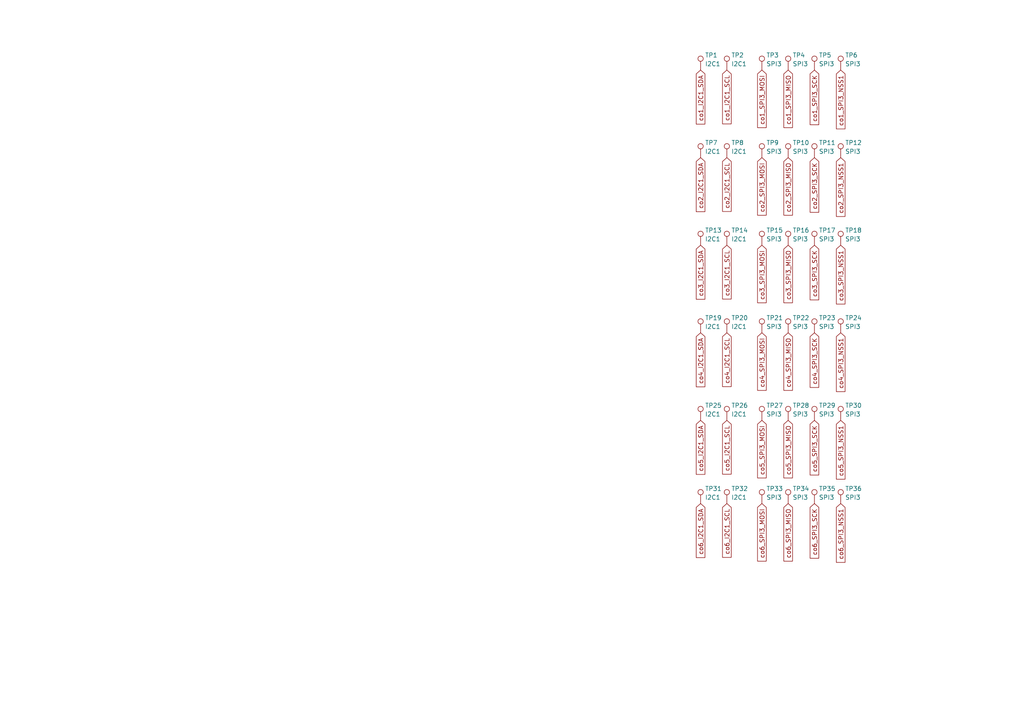
<source format=kicad_sch>
(kicad_sch (version 20231120) (generator "eeschema") (generator_version "8.0")
  (paper "A4")
  (lib_symbols
    (symbol "Connector:TestPoint" (pin_numbers hide) (pin_names (offset 0.762) hide)
      (property "Reference" "TP" (at 0 6.858 0))
      (property "Value" "TestPoint" (at 0 5.08 0))
      (symbol "TestPoint_0_1"
        (circle (center 0 3.302) (radius 0.762))
      )
      (symbol "TestPoint_1_1"
        (pin passive line (at 0 0 90) (length 2.54) (name "1") (number "1"))
      )
    )
  )
  (global_label "co1_SPI3_MISO" (shape input) (at 228.6 20.32 270) (property "Intersheetrefs" "${INTERSHEET_REFS}" (effects (hide yes))))
  (global_label "co4_I2C1_SCL" (shape input) (at 210.82 96.52 270) (property "Intersheetrefs" "${INTERSHEET_REFS}" (effects (hide yes))))
  (global_label "co2_SPI3_SCK" (shape input) (at 236.22 45.72 270) (property "Intersheetrefs" "${INTERSHEET_REFS}" (effects (hide yes))))
  (global_label "co4_I2C1_SDA" (shape input) (at 203.2 96.52 270) (property "Intersheetrefs" "${INTERSHEET_REFS}" (effects (hide yes))))
  (global_label "co5_SPI3_MOSI" (shape input) (at 220.98 121.92 270) (property "Intersheetrefs" "${INTERSHEET_REFS}" (effects (hide yes))))
  (global_label "co5_I2C1_SCL" (shape input) (at 210.82 121.92 270) (property "Intersheetrefs" "${INTERSHEET_REFS}" (effects (hide yes))))
  (global_label "co3_SPI3_MISO" (shape input) (at 228.6 71.12 270) (property "Intersheetrefs" "${INTERSHEET_REFS}" (effects (hide yes))))
  (global_label "co6_SPI3_NSS1" (shape input) (at 243.84 146.05 270) (property "Intersheetrefs" "${INTERSHEET_REFS}" (effects (hide yes))))
  (global_label "co5_SPI3_SCK" (shape input) (at 236.22 121.92 270) (property "Intersheetrefs" "${INTERSHEET_REFS}" (effects (hide yes))))
  (global_label "co2_SPI3_NSS1" (shape input) (at 243.84 45.72 270) (property "Intersheetrefs" "${INTERSHEET_REFS}" (effects (hide yes))))
  (global_label "co1_I2C1_SDA" (shape input) (at 203.2 20.32 270) (property "Intersheetrefs" "${INTERSHEET_REFS}" (effects (hide yes))))
  (global_label "co3_SPI3_NSS1" (shape input) (at 243.84 71.12 270) (property "Intersheetrefs" "${INTERSHEET_REFS}" (effects (hide yes))))
  (global_label "co5_SPI3_MISO" (shape input) (at 228.6 121.92 270) (property "Intersheetrefs" "${INTERSHEET_REFS}" (effects (hide yes))))
  (global_label "co2_I2C1_SCL" (shape input) (at 210.82 45.72 270) (property "Intersheetrefs" "${INTERSHEET_REFS}" (effects (hide yes))))
  (global_label "co6_I2C1_SCL" (shape input) (at 210.82 146.05 270) (property "Intersheetrefs" "${INTERSHEET_REFS}" (effects (hide yes))))
  (global_label "co6_SPI3_MOSI" (shape input) (at 220.98 146.05 270) (property "Intersheetrefs" "${INTERSHEET_REFS}" (effects (hide yes))))
  (global_label "co3_SPI3_SCK" (shape input) (at 236.22 71.12 270) (property "Intersheetrefs" "${INTERSHEET_REFS}" (effects (hide yes))))
  (global_label "co5_SPI3_NSS1" (shape input) (at 243.84 121.92 270) (property "Intersheetrefs" "${INTERSHEET_REFS}" (effects (hide yes))))
  (global_label "co4_SPI3_MISO" (shape input) (at 228.6 96.52 270) (property "Intersheetrefs" "${INTERSHEET_REFS}" (effects (hide yes))))
  (global_label "co1_SPI3_MOSI" (shape input) (at 220.98 20.32 270) (property "Intersheetrefs" "${INTERSHEET_REFS}" (effects (hide yes))))
  (global_label "co2_I2C1_SDA" (shape input) (at 203.2 45.72 270) (property "Intersheetrefs" "${INTERSHEET_REFS}" (effects (hide yes))))
  (global_label "co1_SPI3_NSS1" (shape input) (at 243.84 20.32 270) (property "Intersheetrefs" "${INTERSHEET_REFS}" (effects (hide yes))))
  (global_label "co3_I2C1_SDA" (shape input) (at 203.2 71.12 270) (property "Intersheetrefs" "${INTERSHEET_REFS}" (effects (hide yes))))
  (global_label "co1_I2C1_SCL" (shape input) (at 210.82 20.32 270) (property "Intersheetrefs" "${INTERSHEET_REFS}" (effects (hide yes))))
  (global_label "co2_SPI3_MISO" (shape input) (at 228.6 45.72 270) (property "Intersheetrefs" "${INTERSHEET_REFS}" (effects (hide yes))))
  (global_label "co5_I2C1_SDA" (shape input) (at 203.2 121.92 270) (property "Intersheetrefs" "${INTERSHEET_REFS}" (effects (hide yes))))
  (global_label "co6_SPI3_MISO" (shape input) (at 228.6 146.05 270) (property "Intersheetrefs" "${INTERSHEET_REFS}" (effects (hide yes))))
  (global_label "co3_SPI3_MOSI" (shape input) (at 220.98 71.12 270) (property "Intersheetrefs" "${INTERSHEET_REFS}" (effects (hide yes))))
  (global_label "co4_SPI3_NSS1" (shape input) (at 243.84 96.52 270) (property "Intersheetrefs" "${INTERSHEET_REFS}" (effects (hide yes))))
  (global_label "co3_I2C1_SCL" (shape input) (at 210.82 71.12 270) (property "Intersheetrefs" "${INTERSHEET_REFS}" (effects (hide yes))))
  (global_label "co6_I2C1_SDA" (shape input) (at 203.2 146.05 270) (property "Intersheetrefs" "${INTERSHEET_REFS}" (effects (hide yes))))
  (global_label "co2_SPI3_MOSI" (shape input) (at 220.98 45.72 270) (property "Intersheetrefs" "${INTERSHEET_REFS}" (effects (hide yes))))
  (global_label "co4_SPI3_SCK" (shape input) (at 236.22 96.52 270) (property "Intersheetrefs" "${INTERSHEET_REFS}" (effects (hide yes))))
  (global_label "co6_SPI3_SCK" (shape input) (at 236.22 146.05 270) (property "Intersheetrefs" "${INTERSHEET_REFS}" (effects (hide yes))))
  (global_label "co1_SPI3_SCK" (shape input) (at 236.22 20.32 270) (property "Intersheetrefs" "${INTERSHEET_REFS}" (effects (hide yes))))
  (global_label "co4_SPI3_MOSI" (shape input) (at 220.98 96.52 270) (property "Intersheetrefs" "${INTERSHEET_REFS}" (effects (hide yes))))
  (symbol (lib_id "Connector:TestPoint") (at 228.6 45.72 0) (unit 1)
    (property "Reference" "TP10" (at 229.87 41.402 0) (effects (justify left)))
    (property "Value" "SPI3" (at 229.87 43.942 0) (effects (justify left)))
    (property "Description" "test point" (effects (hide yes)))
  )
  (symbol (lib_id "Connector:TestPoint") (at 203.2 45.72 0) (unit 1)
    (property "Reference" "TP7" (at 204.47 41.402 0) (effects (justify left)))
    (property "Value" "I2C1" (at 204.47 43.942 0) (effects (justify left)))
    (property "Description" "test point" (effects (hide yes)))
  )
  (symbol (lib_id "Connector:TestPoint") (at 236.22 45.72 0) (unit 1)
    (property "Reference" "TP11" (at 237.49 41.402 0) (effects (justify left)))
    (property "Value" "SPI3" (at 237.49 43.942 0) (effects (justify left)))
    (property "Description" "test point" (effects (hide yes)))
  )
  (symbol (lib_id "Connector:TestPoint") (at 203.2 71.12 0) (unit 1)
    (property "Reference" "TP13" (at 204.47 66.802 0) (effects (justify left)))
    (property "Value" "I2C1" (at 204.47 69.342 0) (effects (justify left)))
    (property "Description" "test point" (effects (hide yes)))
  )
  (symbol (lib_id "Connector:TestPoint") (at 236.22 20.32 0) (unit 1)
    (property "Reference" "TP5" (at 237.49 16.002 0) (effects (justify left)))
    (property "Value" "SPI3" (at 237.49 18.542 0) (effects (justify left)))
    (property "Description" "test point" (effects (hide yes)))
  )
  (symbol (lib_id "Connector:TestPoint") (at 243.84 146.05 0) (unit 1)
    (property "Reference" "TP36" (at 245.11 141.732 0) (effects (justify left)))
    (property "Value" "SPI3" (at 245.11 144.272 0) (effects (justify left)))
    (property "Description" "test point" (effects (hide yes)))
  )
  (symbol (lib_id "Connector:TestPoint") (at 203.2 146.05 0) (unit 1)
    (property "Reference" "TP31" (at 204.47 141.732 0) (effects (justify left)))
    (property "Value" "I2C1" (at 204.47 144.272 0) (effects (justify left)))
    (property "Description" "test point" (effects (hide yes)))
  )
  (symbol (lib_id "Connector:TestPoint") (at 210.82 20.32 0) (unit 1)
    (property "Reference" "TP2" (at 212.09 16.002 0) (effects (justify left)))
    (property "Value" "I2C1" (at 212.09 18.542 0) (effects (justify left)))
    (property "Description" "test point" (effects (hide yes)))
  )
  (symbol (lib_id "Connector:TestPoint") (at 220.98 20.32 0) (unit 1)
    (property "Reference" "TP3" (at 222.25 16.002 0) (effects (justify left)))
    (property "Value" "SPI3" (at 222.25 18.542 0) (effects (justify left)))
    (property "Description" "test point" (effects (hide yes)))
  )
  (symbol (lib_id "Connector:TestPoint") (at 236.22 71.12 0) (unit 1)
    (property "Reference" "TP17" (at 237.49 66.802 0) (effects (justify left)))
    (property "Value" "SPI3" (at 237.49 69.342 0) (effects (justify left)))
    (property "Description" "test point" (effects (hide yes)))
  )
  (symbol (lib_id "Connector:TestPoint") (at 236.22 121.92 0) (unit 1)
    (property "Reference" "TP29" (at 237.49 117.602 0) (effects (justify left)))
    (property "Value" "SPI3" (at 237.49 120.142 0) (effects (justify left)))
    (property "Description" "test point" (effects (hide yes)))
  )
  (symbol (lib_id "Connector:TestPoint") (at 210.82 71.12 0) (unit 1)
    (property "Reference" "TP14" (at 212.09 66.802 0) (effects (justify left)))
    (property "Value" "I2C1" (at 212.09 69.342 0) (effects (justify left)))
    (property "Description" "test point" (effects (hide yes)))
  )
  (symbol (lib_id "Connector:TestPoint") (at 228.6 96.52 0) (unit 1)
    (property "Reference" "TP22" (at 229.87 92.202 0) (effects (justify left)))
    (property "Value" "SPI3" (at 229.87 94.742 0) (effects (justify left)))
    (property "Description" "test point" (effects (hide yes)))
  )
  (symbol (lib_id "Connector:TestPoint") (at 228.6 71.12 0) (unit 1)
    (property "Reference" "TP16" (at 229.87 66.802 0) (effects (justify left)))
    (property "Value" "SPI3" (at 229.87 69.342 0) (effects (justify left)))
    (property "Description" "test point" (effects (hide yes)))
  )
  (symbol (lib_id "Connector:TestPoint") (at 220.98 71.12 0) (unit 1)
    (property "Reference" "TP15" (at 222.25 66.802 0) (effects (justify left)))
    (property "Value" "SPI3" (at 222.25 69.342 0) (effects (justify left)))
    (property "Description" "test point" (effects (hide yes)))
  )
  (symbol (lib_id "Connector:TestPoint") (at 243.84 20.32 0) (unit 1)
    (property "Reference" "TP6" (at 245.11 16.002 0) (effects (justify left)))
    (property "Value" "SPI3" (at 245.11 18.542 0) (effects (justify left)))
    (property "Description" "test point" (effects (hide yes)))
  )
  (symbol (lib_id "Connector:TestPoint") (at 220.98 121.92 0) (unit 1)
    (property "Reference" "TP27" (at 222.25 117.602 0) (effects (justify left)))
    (property "Value" "SPI3" (at 222.25 120.142 0) (effects (justify left)))
    (property "Description" "test point" (effects (hide yes)))
  )
  (symbol (lib_id "Connector:TestPoint") (at 228.6 146.05 0) (unit 1)
    (property "Reference" "TP34" (at 229.87 141.732 0) (effects (justify left)))
    (property "Value" "SPI3" (at 229.87 144.272 0) (effects (justify left)))
    (property "Description" "test point" (effects (hide yes)))
  )
  (symbol (lib_id "Connector:TestPoint") (at 210.82 96.52 0) (unit 1)
    (property "Reference" "TP20" (at 212.09 92.202 0) (effects (justify left)))
    (property "Value" "I2C1" (at 212.09 94.742 0) (effects (justify left)))
    (property "Description" "test point" (effects (hide yes)))
  )
  (symbol (lib_id "Connector:TestPoint") (at 243.84 45.72 0) (unit 1)
    (property "Reference" "TP12" (at 245.11 41.402 0) (effects (justify left)))
    (property "Value" "SPI3" (at 245.11 43.942 0) (effects (justify left)))
    (property "Description" "test point" (effects (hide yes)))
  )
  (symbol (lib_id "Connector:TestPoint") (at 210.82 146.05 0) (unit 1)
    (property "Reference" "TP32" (at 212.09 141.732 0) (effects (justify left)))
    (property "Value" "I2C1" (at 212.09 144.272 0) (effects (justify left)))
    (property "Description" "test point" (effects (hide yes)))
  )
  (symbol (lib_id "Connector:TestPoint") (at 203.2 121.92 0) (unit 1)
    (property "Reference" "TP25" (at 204.47 117.602 0) (effects (justify left)))
    (property "Value" "I2C1" (at 204.47 120.142 0) (effects (justify left)))
    (property "Description" "test point" (effects (hide yes)))
  )
  (symbol (lib_id "Connector:TestPoint") (at 228.6 20.32 0) (unit 1)
    (property "Reference" "TP4" (at 229.87 16.002 0) (effects (justify left)))
    (property "Value" "SPI3" (at 229.87 18.542 0) (effects (justify left)))
    (property "Description" "test point" (effects (hide yes)))
  )
  (symbol (lib_id "Connector:TestPoint") (at 236.22 146.05 0) (unit 1)
    (property "Reference" "TP35" (at 237.49 141.732 0) (effects (justify left)))
    (property "Value" "SPI3" (at 237.49 144.272 0) (effects (justify left)))
    (property "Description" "test point" (effects (hide yes)))
  )
  (symbol (lib_id "Connector:TestPoint") (at 243.84 71.12 0) (unit 1)
    (property "Reference" "TP18" (at 245.11 66.802 0) (effects (justify left)))
    (property "Value" "SPI3" (at 245.11 69.342 0) (effects (justify left)))
    (property "Description" "test point" (effects (hide yes)))
  )
  (symbol (lib_id "Connector:TestPoint") (at 210.82 45.72 0) (unit 1)
    (property "Reference" "TP8" (at 212.09 41.402 0) (effects (justify left)))
    (property "Value" "I2C1" (at 212.09 43.942 0) (effects (justify left)))
    (property "Description" "test point" (effects (hide yes)))
  )
  (symbol (lib_id "Connector:TestPoint") (at 236.22 96.52 0) (unit 1)
    (property "Reference" "TP23" (at 237.49 92.202 0) (effects (justify left)))
    (property "Value" "SPI3" (at 237.49 94.742 0) (effects (justify left)))
    (property "Description" "test point" (effects (hide yes)))
  )
  (symbol (lib_id "Connector:TestPoint") (at 243.84 121.92 0) (unit 1)
    (property "Reference" "TP30" (at 245.11 117.602 0) (effects (justify left)))
    (property "Value" "SPI3" (at 245.11 120.142 0) (effects (justify left)))
    (property "Description" "test point" (effects (hide yes)))
  )
  (symbol (lib_id "Connector:TestPoint") (at 243.84 96.52 0) (unit 1)
    (property "Reference" "TP24" (at 245.11 92.202 0) (effects (justify left)))
    (property "Value" "SPI3" (at 245.11 94.742 0) (effects (justify left)))
    (property "Description" "test point" (effects (hide yes)))
  )
  (symbol (lib_id "Connector:TestPoint") (at 220.98 45.72 0) (unit 1)
    (property "Reference" "TP9" (at 222.25 41.402 0) (effects (justify left)))
    (property "Value" "SPI3" (at 222.25 43.942 0) (effects (justify left)))
    (property "Description" "test point" (effects (hide yes)))
  )
  (symbol (lib_id "Connector:TestPoint") (at 203.2 20.32 0) (unit 1)
    (property "Reference" "TP1" (at 204.47 16.002 0) (effects (justify left)))
    (property "Value" "I2C1" (at 204.47 18.542 0) (effects (justify left)))
    (property "Description" "test point" (effects (hide yes)))
  )
  (symbol (lib_id "Connector:TestPoint") (at 203.2 96.52 0) (unit 1)
    (property "Reference" "TP19" (at 204.47 92.202 0) (effects (justify left)))
    (property "Value" "I2C1" (at 204.47 94.742 0) (effects (justify left)))
    (property "Description" "test point" (effects (hide yes)))
  )
  (symbol (lib_id "Connector:TestPoint") (at 220.98 96.52 0) (unit 1)
    (property "Reference" "TP21" (at 222.25 92.202 0) (effects (justify left)))
    (property "Value" "SPI3" (at 222.25 94.742 0) (effects (justify left)))
    (property "Description" "test point" (effects (hide yes)))
  )
  (symbol (lib_id "Connector:TestPoint") (at 210.82 121.92 0) (unit 1)
    (property "Reference" "TP26" (at 212.09 117.602 0) (effects (justify left)))
    (property "Value" "I2C1" (at 212.09 120.142 0) (effects (justify left)))
    (property "Description" "test point" (effects (hide yes)))
  )
  (symbol (lib_id "Connector:TestPoint") (at 220.98 146.05 0) (unit 1)
    (property "Reference" "TP33" (at 222.25 141.732 0) (effects (justify left)))
    (property "Value" "SPI3" (at 222.25 144.272 0) (effects (justify left)))
    (property "Description" "test point" (effects (hide yes)))
  )
  (symbol (lib_id "Connector:TestPoint") (at 228.6 121.92 0) (unit 1)
    (property "Reference" "TP28" (at 229.87 117.602 0) (effects (justify left)))
    (property "Value" "SPI3" (at 229.87 120.142 0) (effects (justify left)))
    (property "Description" "test point" (effects (hide yes)))
  )
)
</source>
